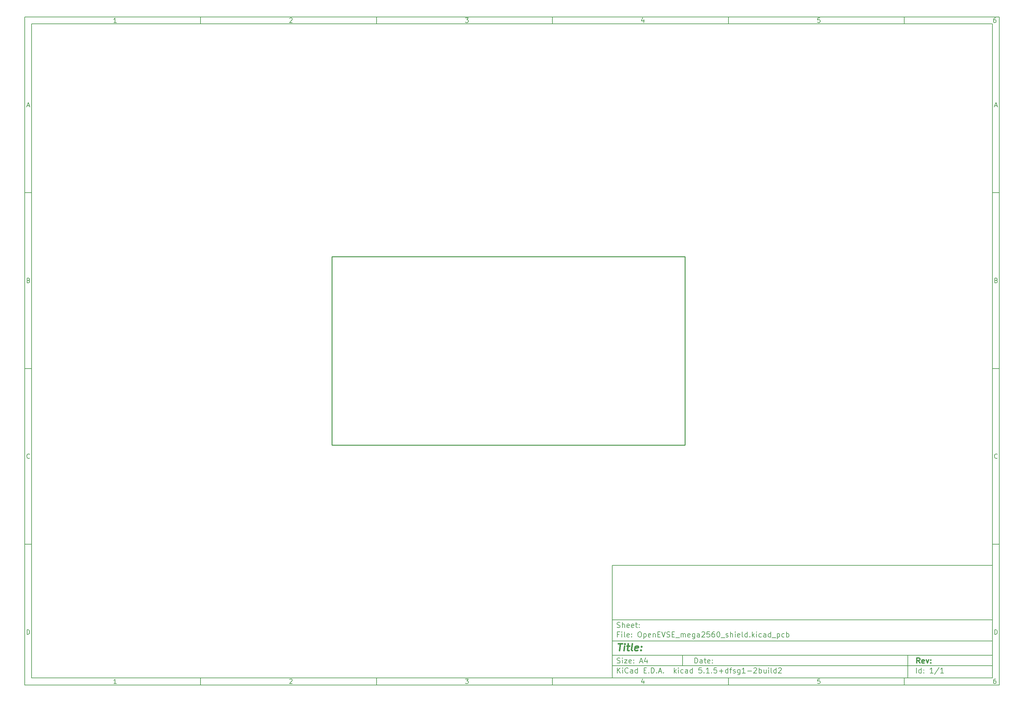
<source format=gm1>
G04 #@! TF.GenerationSoftware,KiCad,Pcbnew,5.1.5+dfsg1-2build2*
G04 #@! TF.CreationDate,2023-01-29T23:08:56+01:00*
G04 #@! TF.ProjectId,OpenEVSE_mega2560_shield,4f70656e-4556-4534-955f-6d6567613235,rev?*
G04 #@! TF.SameCoordinates,Original*
G04 #@! TF.FileFunction,Profile,NP*
%FSLAX46Y46*%
G04 Gerber Fmt 4.6, Leading zero omitted, Abs format (unit mm)*
G04 Created by KiCad (PCBNEW 5.1.5+dfsg1-2build2) date 2023-01-29 23:08:56*
%MOMM*%
%LPD*%
G04 APERTURE LIST*
%ADD10C,0.100000*%
%ADD11C,0.150000*%
%ADD12C,0.300000*%
%ADD13C,0.400000*%
%ADD14C,0.254000*%
G04 APERTURE END LIST*
D10*
D11*
X177002200Y-166007200D02*
X177002200Y-198007200D01*
X285002200Y-198007200D01*
X285002200Y-166007200D01*
X177002200Y-166007200D01*
D10*
D11*
X10000000Y-10000000D02*
X10000000Y-200007200D01*
X287002200Y-200007200D01*
X287002200Y-10000000D01*
X10000000Y-10000000D01*
D10*
D11*
X12000000Y-12000000D02*
X12000000Y-198007200D01*
X285002200Y-198007200D01*
X285002200Y-12000000D01*
X12000000Y-12000000D01*
D10*
D11*
X60000000Y-12000000D02*
X60000000Y-10000000D01*
D10*
D11*
X110000000Y-12000000D02*
X110000000Y-10000000D01*
D10*
D11*
X160000000Y-12000000D02*
X160000000Y-10000000D01*
D10*
D11*
X210000000Y-12000000D02*
X210000000Y-10000000D01*
D10*
D11*
X260000000Y-12000000D02*
X260000000Y-10000000D01*
D10*
D11*
X36065476Y-11588095D02*
X35322619Y-11588095D01*
X35694047Y-11588095D02*
X35694047Y-10288095D01*
X35570238Y-10473809D01*
X35446428Y-10597619D01*
X35322619Y-10659523D01*
D10*
D11*
X85322619Y-10411904D02*
X85384523Y-10350000D01*
X85508333Y-10288095D01*
X85817857Y-10288095D01*
X85941666Y-10350000D01*
X86003571Y-10411904D01*
X86065476Y-10535714D01*
X86065476Y-10659523D01*
X86003571Y-10845238D01*
X85260714Y-11588095D01*
X86065476Y-11588095D01*
D10*
D11*
X135260714Y-10288095D02*
X136065476Y-10288095D01*
X135632142Y-10783333D01*
X135817857Y-10783333D01*
X135941666Y-10845238D01*
X136003571Y-10907142D01*
X136065476Y-11030952D01*
X136065476Y-11340476D01*
X136003571Y-11464285D01*
X135941666Y-11526190D01*
X135817857Y-11588095D01*
X135446428Y-11588095D01*
X135322619Y-11526190D01*
X135260714Y-11464285D01*
D10*
D11*
X185941666Y-10721428D02*
X185941666Y-11588095D01*
X185632142Y-10226190D02*
X185322619Y-11154761D01*
X186127380Y-11154761D01*
D10*
D11*
X236003571Y-10288095D02*
X235384523Y-10288095D01*
X235322619Y-10907142D01*
X235384523Y-10845238D01*
X235508333Y-10783333D01*
X235817857Y-10783333D01*
X235941666Y-10845238D01*
X236003571Y-10907142D01*
X236065476Y-11030952D01*
X236065476Y-11340476D01*
X236003571Y-11464285D01*
X235941666Y-11526190D01*
X235817857Y-11588095D01*
X235508333Y-11588095D01*
X235384523Y-11526190D01*
X235322619Y-11464285D01*
D10*
D11*
X285941666Y-10288095D02*
X285694047Y-10288095D01*
X285570238Y-10350000D01*
X285508333Y-10411904D01*
X285384523Y-10597619D01*
X285322619Y-10845238D01*
X285322619Y-11340476D01*
X285384523Y-11464285D01*
X285446428Y-11526190D01*
X285570238Y-11588095D01*
X285817857Y-11588095D01*
X285941666Y-11526190D01*
X286003571Y-11464285D01*
X286065476Y-11340476D01*
X286065476Y-11030952D01*
X286003571Y-10907142D01*
X285941666Y-10845238D01*
X285817857Y-10783333D01*
X285570238Y-10783333D01*
X285446428Y-10845238D01*
X285384523Y-10907142D01*
X285322619Y-11030952D01*
D10*
D11*
X60000000Y-198007200D02*
X60000000Y-200007200D01*
D10*
D11*
X110000000Y-198007200D02*
X110000000Y-200007200D01*
D10*
D11*
X160000000Y-198007200D02*
X160000000Y-200007200D01*
D10*
D11*
X210000000Y-198007200D02*
X210000000Y-200007200D01*
D10*
D11*
X260000000Y-198007200D02*
X260000000Y-200007200D01*
D10*
D11*
X36065476Y-199595295D02*
X35322619Y-199595295D01*
X35694047Y-199595295D02*
X35694047Y-198295295D01*
X35570238Y-198481009D01*
X35446428Y-198604819D01*
X35322619Y-198666723D01*
D10*
D11*
X85322619Y-198419104D02*
X85384523Y-198357200D01*
X85508333Y-198295295D01*
X85817857Y-198295295D01*
X85941666Y-198357200D01*
X86003571Y-198419104D01*
X86065476Y-198542914D01*
X86065476Y-198666723D01*
X86003571Y-198852438D01*
X85260714Y-199595295D01*
X86065476Y-199595295D01*
D10*
D11*
X135260714Y-198295295D02*
X136065476Y-198295295D01*
X135632142Y-198790533D01*
X135817857Y-198790533D01*
X135941666Y-198852438D01*
X136003571Y-198914342D01*
X136065476Y-199038152D01*
X136065476Y-199347676D01*
X136003571Y-199471485D01*
X135941666Y-199533390D01*
X135817857Y-199595295D01*
X135446428Y-199595295D01*
X135322619Y-199533390D01*
X135260714Y-199471485D01*
D10*
D11*
X185941666Y-198728628D02*
X185941666Y-199595295D01*
X185632142Y-198233390D02*
X185322619Y-199161961D01*
X186127380Y-199161961D01*
D10*
D11*
X236003571Y-198295295D02*
X235384523Y-198295295D01*
X235322619Y-198914342D01*
X235384523Y-198852438D01*
X235508333Y-198790533D01*
X235817857Y-198790533D01*
X235941666Y-198852438D01*
X236003571Y-198914342D01*
X236065476Y-199038152D01*
X236065476Y-199347676D01*
X236003571Y-199471485D01*
X235941666Y-199533390D01*
X235817857Y-199595295D01*
X235508333Y-199595295D01*
X235384523Y-199533390D01*
X235322619Y-199471485D01*
D10*
D11*
X285941666Y-198295295D02*
X285694047Y-198295295D01*
X285570238Y-198357200D01*
X285508333Y-198419104D01*
X285384523Y-198604819D01*
X285322619Y-198852438D01*
X285322619Y-199347676D01*
X285384523Y-199471485D01*
X285446428Y-199533390D01*
X285570238Y-199595295D01*
X285817857Y-199595295D01*
X285941666Y-199533390D01*
X286003571Y-199471485D01*
X286065476Y-199347676D01*
X286065476Y-199038152D01*
X286003571Y-198914342D01*
X285941666Y-198852438D01*
X285817857Y-198790533D01*
X285570238Y-198790533D01*
X285446428Y-198852438D01*
X285384523Y-198914342D01*
X285322619Y-199038152D01*
D10*
D11*
X10000000Y-60000000D02*
X12000000Y-60000000D01*
D10*
D11*
X10000000Y-110000000D02*
X12000000Y-110000000D01*
D10*
D11*
X10000000Y-160000000D02*
X12000000Y-160000000D01*
D10*
D11*
X10690476Y-35216666D02*
X11309523Y-35216666D01*
X10566666Y-35588095D02*
X11000000Y-34288095D01*
X11433333Y-35588095D01*
D10*
D11*
X11092857Y-84907142D02*
X11278571Y-84969047D01*
X11340476Y-85030952D01*
X11402380Y-85154761D01*
X11402380Y-85340476D01*
X11340476Y-85464285D01*
X11278571Y-85526190D01*
X11154761Y-85588095D01*
X10659523Y-85588095D01*
X10659523Y-84288095D01*
X11092857Y-84288095D01*
X11216666Y-84350000D01*
X11278571Y-84411904D01*
X11340476Y-84535714D01*
X11340476Y-84659523D01*
X11278571Y-84783333D01*
X11216666Y-84845238D01*
X11092857Y-84907142D01*
X10659523Y-84907142D01*
D10*
D11*
X11402380Y-135464285D02*
X11340476Y-135526190D01*
X11154761Y-135588095D01*
X11030952Y-135588095D01*
X10845238Y-135526190D01*
X10721428Y-135402380D01*
X10659523Y-135278571D01*
X10597619Y-135030952D01*
X10597619Y-134845238D01*
X10659523Y-134597619D01*
X10721428Y-134473809D01*
X10845238Y-134350000D01*
X11030952Y-134288095D01*
X11154761Y-134288095D01*
X11340476Y-134350000D01*
X11402380Y-134411904D01*
D10*
D11*
X10659523Y-185588095D02*
X10659523Y-184288095D01*
X10969047Y-184288095D01*
X11154761Y-184350000D01*
X11278571Y-184473809D01*
X11340476Y-184597619D01*
X11402380Y-184845238D01*
X11402380Y-185030952D01*
X11340476Y-185278571D01*
X11278571Y-185402380D01*
X11154761Y-185526190D01*
X10969047Y-185588095D01*
X10659523Y-185588095D01*
D10*
D11*
X287002200Y-60000000D02*
X285002200Y-60000000D01*
D10*
D11*
X287002200Y-110000000D02*
X285002200Y-110000000D01*
D10*
D11*
X287002200Y-160000000D02*
X285002200Y-160000000D01*
D10*
D11*
X285692676Y-35216666D02*
X286311723Y-35216666D01*
X285568866Y-35588095D02*
X286002200Y-34288095D01*
X286435533Y-35588095D01*
D10*
D11*
X286095057Y-84907142D02*
X286280771Y-84969047D01*
X286342676Y-85030952D01*
X286404580Y-85154761D01*
X286404580Y-85340476D01*
X286342676Y-85464285D01*
X286280771Y-85526190D01*
X286156961Y-85588095D01*
X285661723Y-85588095D01*
X285661723Y-84288095D01*
X286095057Y-84288095D01*
X286218866Y-84350000D01*
X286280771Y-84411904D01*
X286342676Y-84535714D01*
X286342676Y-84659523D01*
X286280771Y-84783333D01*
X286218866Y-84845238D01*
X286095057Y-84907142D01*
X285661723Y-84907142D01*
D10*
D11*
X286404580Y-135464285D02*
X286342676Y-135526190D01*
X286156961Y-135588095D01*
X286033152Y-135588095D01*
X285847438Y-135526190D01*
X285723628Y-135402380D01*
X285661723Y-135278571D01*
X285599819Y-135030952D01*
X285599819Y-134845238D01*
X285661723Y-134597619D01*
X285723628Y-134473809D01*
X285847438Y-134350000D01*
X286033152Y-134288095D01*
X286156961Y-134288095D01*
X286342676Y-134350000D01*
X286404580Y-134411904D01*
D10*
D11*
X285661723Y-185588095D02*
X285661723Y-184288095D01*
X285971247Y-184288095D01*
X286156961Y-184350000D01*
X286280771Y-184473809D01*
X286342676Y-184597619D01*
X286404580Y-184845238D01*
X286404580Y-185030952D01*
X286342676Y-185278571D01*
X286280771Y-185402380D01*
X286156961Y-185526190D01*
X285971247Y-185588095D01*
X285661723Y-185588095D01*
D10*
D11*
X200434342Y-193785771D02*
X200434342Y-192285771D01*
X200791485Y-192285771D01*
X201005771Y-192357200D01*
X201148628Y-192500057D01*
X201220057Y-192642914D01*
X201291485Y-192928628D01*
X201291485Y-193142914D01*
X201220057Y-193428628D01*
X201148628Y-193571485D01*
X201005771Y-193714342D01*
X200791485Y-193785771D01*
X200434342Y-193785771D01*
X202577200Y-193785771D02*
X202577200Y-193000057D01*
X202505771Y-192857200D01*
X202362914Y-192785771D01*
X202077200Y-192785771D01*
X201934342Y-192857200D01*
X202577200Y-193714342D02*
X202434342Y-193785771D01*
X202077200Y-193785771D01*
X201934342Y-193714342D01*
X201862914Y-193571485D01*
X201862914Y-193428628D01*
X201934342Y-193285771D01*
X202077200Y-193214342D01*
X202434342Y-193214342D01*
X202577200Y-193142914D01*
X203077200Y-192785771D02*
X203648628Y-192785771D01*
X203291485Y-192285771D02*
X203291485Y-193571485D01*
X203362914Y-193714342D01*
X203505771Y-193785771D01*
X203648628Y-193785771D01*
X204720057Y-193714342D02*
X204577200Y-193785771D01*
X204291485Y-193785771D01*
X204148628Y-193714342D01*
X204077200Y-193571485D01*
X204077200Y-193000057D01*
X204148628Y-192857200D01*
X204291485Y-192785771D01*
X204577200Y-192785771D01*
X204720057Y-192857200D01*
X204791485Y-193000057D01*
X204791485Y-193142914D01*
X204077200Y-193285771D01*
X205434342Y-193642914D02*
X205505771Y-193714342D01*
X205434342Y-193785771D01*
X205362914Y-193714342D01*
X205434342Y-193642914D01*
X205434342Y-193785771D01*
X205434342Y-192857200D02*
X205505771Y-192928628D01*
X205434342Y-193000057D01*
X205362914Y-192928628D01*
X205434342Y-192857200D01*
X205434342Y-193000057D01*
D10*
D11*
X177002200Y-194507200D02*
X285002200Y-194507200D01*
D10*
D11*
X178434342Y-196585771D02*
X178434342Y-195085771D01*
X179291485Y-196585771D02*
X178648628Y-195728628D01*
X179291485Y-195085771D02*
X178434342Y-195942914D01*
X179934342Y-196585771D02*
X179934342Y-195585771D01*
X179934342Y-195085771D02*
X179862914Y-195157200D01*
X179934342Y-195228628D01*
X180005771Y-195157200D01*
X179934342Y-195085771D01*
X179934342Y-195228628D01*
X181505771Y-196442914D02*
X181434342Y-196514342D01*
X181220057Y-196585771D01*
X181077200Y-196585771D01*
X180862914Y-196514342D01*
X180720057Y-196371485D01*
X180648628Y-196228628D01*
X180577200Y-195942914D01*
X180577200Y-195728628D01*
X180648628Y-195442914D01*
X180720057Y-195300057D01*
X180862914Y-195157200D01*
X181077200Y-195085771D01*
X181220057Y-195085771D01*
X181434342Y-195157200D01*
X181505771Y-195228628D01*
X182791485Y-196585771D02*
X182791485Y-195800057D01*
X182720057Y-195657200D01*
X182577200Y-195585771D01*
X182291485Y-195585771D01*
X182148628Y-195657200D01*
X182791485Y-196514342D02*
X182648628Y-196585771D01*
X182291485Y-196585771D01*
X182148628Y-196514342D01*
X182077200Y-196371485D01*
X182077200Y-196228628D01*
X182148628Y-196085771D01*
X182291485Y-196014342D01*
X182648628Y-196014342D01*
X182791485Y-195942914D01*
X184148628Y-196585771D02*
X184148628Y-195085771D01*
X184148628Y-196514342D02*
X184005771Y-196585771D01*
X183720057Y-196585771D01*
X183577200Y-196514342D01*
X183505771Y-196442914D01*
X183434342Y-196300057D01*
X183434342Y-195871485D01*
X183505771Y-195728628D01*
X183577200Y-195657200D01*
X183720057Y-195585771D01*
X184005771Y-195585771D01*
X184148628Y-195657200D01*
X186005771Y-195800057D02*
X186505771Y-195800057D01*
X186720057Y-196585771D02*
X186005771Y-196585771D01*
X186005771Y-195085771D01*
X186720057Y-195085771D01*
X187362914Y-196442914D02*
X187434342Y-196514342D01*
X187362914Y-196585771D01*
X187291485Y-196514342D01*
X187362914Y-196442914D01*
X187362914Y-196585771D01*
X188077200Y-196585771D02*
X188077200Y-195085771D01*
X188434342Y-195085771D01*
X188648628Y-195157200D01*
X188791485Y-195300057D01*
X188862914Y-195442914D01*
X188934342Y-195728628D01*
X188934342Y-195942914D01*
X188862914Y-196228628D01*
X188791485Y-196371485D01*
X188648628Y-196514342D01*
X188434342Y-196585771D01*
X188077200Y-196585771D01*
X189577200Y-196442914D02*
X189648628Y-196514342D01*
X189577200Y-196585771D01*
X189505771Y-196514342D01*
X189577200Y-196442914D01*
X189577200Y-196585771D01*
X190220057Y-196157200D02*
X190934342Y-196157200D01*
X190077200Y-196585771D02*
X190577200Y-195085771D01*
X191077200Y-196585771D01*
X191577200Y-196442914D02*
X191648628Y-196514342D01*
X191577200Y-196585771D01*
X191505771Y-196514342D01*
X191577200Y-196442914D01*
X191577200Y-196585771D01*
X194577200Y-196585771D02*
X194577200Y-195085771D01*
X194720057Y-196014342D02*
X195148628Y-196585771D01*
X195148628Y-195585771D02*
X194577200Y-196157200D01*
X195791485Y-196585771D02*
X195791485Y-195585771D01*
X195791485Y-195085771D02*
X195720057Y-195157200D01*
X195791485Y-195228628D01*
X195862914Y-195157200D01*
X195791485Y-195085771D01*
X195791485Y-195228628D01*
X197148628Y-196514342D02*
X197005771Y-196585771D01*
X196720057Y-196585771D01*
X196577200Y-196514342D01*
X196505771Y-196442914D01*
X196434342Y-196300057D01*
X196434342Y-195871485D01*
X196505771Y-195728628D01*
X196577200Y-195657200D01*
X196720057Y-195585771D01*
X197005771Y-195585771D01*
X197148628Y-195657200D01*
X198434342Y-196585771D02*
X198434342Y-195800057D01*
X198362914Y-195657200D01*
X198220057Y-195585771D01*
X197934342Y-195585771D01*
X197791485Y-195657200D01*
X198434342Y-196514342D02*
X198291485Y-196585771D01*
X197934342Y-196585771D01*
X197791485Y-196514342D01*
X197720057Y-196371485D01*
X197720057Y-196228628D01*
X197791485Y-196085771D01*
X197934342Y-196014342D01*
X198291485Y-196014342D01*
X198434342Y-195942914D01*
X199791485Y-196585771D02*
X199791485Y-195085771D01*
X199791485Y-196514342D02*
X199648628Y-196585771D01*
X199362914Y-196585771D01*
X199220057Y-196514342D01*
X199148628Y-196442914D01*
X199077200Y-196300057D01*
X199077200Y-195871485D01*
X199148628Y-195728628D01*
X199220057Y-195657200D01*
X199362914Y-195585771D01*
X199648628Y-195585771D01*
X199791485Y-195657200D01*
X202362914Y-195085771D02*
X201648628Y-195085771D01*
X201577200Y-195800057D01*
X201648628Y-195728628D01*
X201791485Y-195657200D01*
X202148628Y-195657200D01*
X202291485Y-195728628D01*
X202362914Y-195800057D01*
X202434342Y-195942914D01*
X202434342Y-196300057D01*
X202362914Y-196442914D01*
X202291485Y-196514342D01*
X202148628Y-196585771D01*
X201791485Y-196585771D01*
X201648628Y-196514342D01*
X201577200Y-196442914D01*
X203077200Y-196442914D02*
X203148628Y-196514342D01*
X203077200Y-196585771D01*
X203005771Y-196514342D01*
X203077200Y-196442914D01*
X203077200Y-196585771D01*
X204577200Y-196585771D02*
X203720057Y-196585771D01*
X204148628Y-196585771D02*
X204148628Y-195085771D01*
X204005771Y-195300057D01*
X203862914Y-195442914D01*
X203720057Y-195514342D01*
X205220057Y-196442914D02*
X205291485Y-196514342D01*
X205220057Y-196585771D01*
X205148628Y-196514342D01*
X205220057Y-196442914D01*
X205220057Y-196585771D01*
X206648628Y-195085771D02*
X205934342Y-195085771D01*
X205862914Y-195800057D01*
X205934342Y-195728628D01*
X206077200Y-195657200D01*
X206434342Y-195657200D01*
X206577200Y-195728628D01*
X206648628Y-195800057D01*
X206720057Y-195942914D01*
X206720057Y-196300057D01*
X206648628Y-196442914D01*
X206577200Y-196514342D01*
X206434342Y-196585771D01*
X206077200Y-196585771D01*
X205934342Y-196514342D01*
X205862914Y-196442914D01*
X207362914Y-196014342D02*
X208505771Y-196014342D01*
X207934342Y-196585771D02*
X207934342Y-195442914D01*
X209862914Y-196585771D02*
X209862914Y-195085771D01*
X209862914Y-196514342D02*
X209720057Y-196585771D01*
X209434342Y-196585771D01*
X209291485Y-196514342D01*
X209220057Y-196442914D01*
X209148628Y-196300057D01*
X209148628Y-195871485D01*
X209220057Y-195728628D01*
X209291485Y-195657200D01*
X209434342Y-195585771D01*
X209720057Y-195585771D01*
X209862914Y-195657200D01*
X210362914Y-195585771D02*
X210934342Y-195585771D01*
X210577200Y-196585771D02*
X210577200Y-195300057D01*
X210648628Y-195157200D01*
X210791485Y-195085771D01*
X210934342Y-195085771D01*
X211362914Y-196514342D02*
X211505771Y-196585771D01*
X211791485Y-196585771D01*
X211934342Y-196514342D01*
X212005771Y-196371485D01*
X212005771Y-196300057D01*
X211934342Y-196157200D01*
X211791485Y-196085771D01*
X211577200Y-196085771D01*
X211434342Y-196014342D01*
X211362914Y-195871485D01*
X211362914Y-195800057D01*
X211434342Y-195657200D01*
X211577200Y-195585771D01*
X211791485Y-195585771D01*
X211934342Y-195657200D01*
X213291485Y-195585771D02*
X213291485Y-196800057D01*
X213220057Y-196942914D01*
X213148628Y-197014342D01*
X213005771Y-197085771D01*
X212791485Y-197085771D01*
X212648628Y-197014342D01*
X213291485Y-196514342D02*
X213148628Y-196585771D01*
X212862914Y-196585771D01*
X212720057Y-196514342D01*
X212648628Y-196442914D01*
X212577200Y-196300057D01*
X212577200Y-195871485D01*
X212648628Y-195728628D01*
X212720057Y-195657200D01*
X212862914Y-195585771D01*
X213148628Y-195585771D01*
X213291485Y-195657200D01*
X214791485Y-196585771D02*
X213934342Y-196585771D01*
X214362914Y-196585771D02*
X214362914Y-195085771D01*
X214220057Y-195300057D01*
X214077200Y-195442914D01*
X213934342Y-195514342D01*
X215434342Y-196014342D02*
X216577200Y-196014342D01*
X217220057Y-195228628D02*
X217291485Y-195157200D01*
X217434342Y-195085771D01*
X217791485Y-195085771D01*
X217934342Y-195157200D01*
X218005771Y-195228628D01*
X218077200Y-195371485D01*
X218077200Y-195514342D01*
X218005771Y-195728628D01*
X217148628Y-196585771D01*
X218077200Y-196585771D01*
X218720057Y-196585771D02*
X218720057Y-195085771D01*
X218720057Y-195657200D02*
X218862914Y-195585771D01*
X219148628Y-195585771D01*
X219291485Y-195657200D01*
X219362914Y-195728628D01*
X219434342Y-195871485D01*
X219434342Y-196300057D01*
X219362914Y-196442914D01*
X219291485Y-196514342D01*
X219148628Y-196585771D01*
X218862914Y-196585771D01*
X218720057Y-196514342D01*
X220720057Y-195585771D02*
X220720057Y-196585771D01*
X220077200Y-195585771D02*
X220077200Y-196371485D01*
X220148628Y-196514342D01*
X220291485Y-196585771D01*
X220505771Y-196585771D01*
X220648628Y-196514342D01*
X220720057Y-196442914D01*
X221434342Y-196585771D02*
X221434342Y-195585771D01*
X221434342Y-195085771D02*
X221362914Y-195157200D01*
X221434342Y-195228628D01*
X221505771Y-195157200D01*
X221434342Y-195085771D01*
X221434342Y-195228628D01*
X222362914Y-196585771D02*
X222220057Y-196514342D01*
X222148628Y-196371485D01*
X222148628Y-195085771D01*
X223577200Y-196585771D02*
X223577200Y-195085771D01*
X223577200Y-196514342D02*
X223434342Y-196585771D01*
X223148628Y-196585771D01*
X223005771Y-196514342D01*
X222934342Y-196442914D01*
X222862914Y-196300057D01*
X222862914Y-195871485D01*
X222934342Y-195728628D01*
X223005771Y-195657200D01*
X223148628Y-195585771D01*
X223434342Y-195585771D01*
X223577200Y-195657200D01*
X224220057Y-195228628D02*
X224291485Y-195157200D01*
X224434342Y-195085771D01*
X224791485Y-195085771D01*
X224934342Y-195157200D01*
X225005771Y-195228628D01*
X225077200Y-195371485D01*
X225077200Y-195514342D01*
X225005771Y-195728628D01*
X224148628Y-196585771D01*
X225077200Y-196585771D01*
D10*
D11*
X177002200Y-191507200D02*
X285002200Y-191507200D01*
D10*
D12*
X264411485Y-193785771D02*
X263911485Y-193071485D01*
X263554342Y-193785771D02*
X263554342Y-192285771D01*
X264125771Y-192285771D01*
X264268628Y-192357200D01*
X264340057Y-192428628D01*
X264411485Y-192571485D01*
X264411485Y-192785771D01*
X264340057Y-192928628D01*
X264268628Y-193000057D01*
X264125771Y-193071485D01*
X263554342Y-193071485D01*
X265625771Y-193714342D02*
X265482914Y-193785771D01*
X265197200Y-193785771D01*
X265054342Y-193714342D01*
X264982914Y-193571485D01*
X264982914Y-193000057D01*
X265054342Y-192857200D01*
X265197200Y-192785771D01*
X265482914Y-192785771D01*
X265625771Y-192857200D01*
X265697200Y-193000057D01*
X265697200Y-193142914D01*
X264982914Y-193285771D01*
X266197200Y-192785771D02*
X266554342Y-193785771D01*
X266911485Y-192785771D01*
X267482914Y-193642914D02*
X267554342Y-193714342D01*
X267482914Y-193785771D01*
X267411485Y-193714342D01*
X267482914Y-193642914D01*
X267482914Y-193785771D01*
X267482914Y-192857200D02*
X267554342Y-192928628D01*
X267482914Y-193000057D01*
X267411485Y-192928628D01*
X267482914Y-192857200D01*
X267482914Y-193000057D01*
D10*
D11*
X178362914Y-193714342D02*
X178577200Y-193785771D01*
X178934342Y-193785771D01*
X179077200Y-193714342D01*
X179148628Y-193642914D01*
X179220057Y-193500057D01*
X179220057Y-193357200D01*
X179148628Y-193214342D01*
X179077200Y-193142914D01*
X178934342Y-193071485D01*
X178648628Y-193000057D01*
X178505771Y-192928628D01*
X178434342Y-192857200D01*
X178362914Y-192714342D01*
X178362914Y-192571485D01*
X178434342Y-192428628D01*
X178505771Y-192357200D01*
X178648628Y-192285771D01*
X179005771Y-192285771D01*
X179220057Y-192357200D01*
X179862914Y-193785771D02*
X179862914Y-192785771D01*
X179862914Y-192285771D02*
X179791485Y-192357200D01*
X179862914Y-192428628D01*
X179934342Y-192357200D01*
X179862914Y-192285771D01*
X179862914Y-192428628D01*
X180434342Y-192785771D02*
X181220057Y-192785771D01*
X180434342Y-193785771D01*
X181220057Y-193785771D01*
X182362914Y-193714342D02*
X182220057Y-193785771D01*
X181934342Y-193785771D01*
X181791485Y-193714342D01*
X181720057Y-193571485D01*
X181720057Y-193000057D01*
X181791485Y-192857200D01*
X181934342Y-192785771D01*
X182220057Y-192785771D01*
X182362914Y-192857200D01*
X182434342Y-193000057D01*
X182434342Y-193142914D01*
X181720057Y-193285771D01*
X183077200Y-193642914D02*
X183148628Y-193714342D01*
X183077200Y-193785771D01*
X183005771Y-193714342D01*
X183077200Y-193642914D01*
X183077200Y-193785771D01*
X183077200Y-192857200D02*
X183148628Y-192928628D01*
X183077200Y-193000057D01*
X183005771Y-192928628D01*
X183077200Y-192857200D01*
X183077200Y-193000057D01*
X184862914Y-193357200D02*
X185577200Y-193357200D01*
X184720057Y-193785771D02*
X185220057Y-192285771D01*
X185720057Y-193785771D01*
X186862914Y-192785771D02*
X186862914Y-193785771D01*
X186505771Y-192214342D02*
X186148628Y-193285771D01*
X187077200Y-193285771D01*
D10*
D11*
X263434342Y-196585771D02*
X263434342Y-195085771D01*
X264791485Y-196585771D02*
X264791485Y-195085771D01*
X264791485Y-196514342D02*
X264648628Y-196585771D01*
X264362914Y-196585771D01*
X264220057Y-196514342D01*
X264148628Y-196442914D01*
X264077200Y-196300057D01*
X264077200Y-195871485D01*
X264148628Y-195728628D01*
X264220057Y-195657200D01*
X264362914Y-195585771D01*
X264648628Y-195585771D01*
X264791485Y-195657200D01*
X265505771Y-196442914D02*
X265577200Y-196514342D01*
X265505771Y-196585771D01*
X265434342Y-196514342D01*
X265505771Y-196442914D01*
X265505771Y-196585771D01*
X265505771Y-195657200D02*
X265577200Y-195728628D01*
X265505771Y-195800057D01*
X265434342Y-195728628D01*
X265505771Y-195657200D01*
X265505771Y-195800057D01*
X268148628Y-196585771D02*
X267291485Y-196585771D01*
X267720057Y-196585771D02*
X267720057Y-195085771D01*
X267577200Y-195300057D01*
X267434342Y-195442914D01*
X267291485Y-195514342D01*
X269862914Y-195014342D02*
X268577200Y-196942914D01*
X271148628Y-196585771D02*
X270291485Y-196585771D01*
X270720057Y-196585771D02*
X270720057Y-195085771D01*
X270577200Y-195300057D01*
X270434342Y-195442914D01*
X270291485Y-195514342D01*
D10*
D11*
X177002200Y-187507200D02*
X285002200Y-187507200D01*
D10*
D13*
X178714580Y-188211961D02*
X179857438Y-188211961D01*
X179036009Y-190211961D02*
X179286009Y-188211961D01*
X180274104Y-190211961D02*
X180440771Y-188878628D01*
X180524104Y-188211961D02*
X180416961Y-188307200D01*
X180500295Y-188402438D01*
X180607438Y-188307200D01*
X180524104Y-188211961D01*
X180500295Y-188402438D01*
X181107438Y-188878628D02*
X181869342Y-188878628D01*
X181476485Y-188211961D02*
X181262200Y-189926247D01*
X181333628Y-190116723D01*
X181512200Y-190211961D01*
X181702676Y-190211961D01*
X182655057Y-190211961D02*
X182476485Y-190116723D01*
X182405057Y-189926247D01*
X182619342Y-188211961D01*
X184190771Y-190116723D02*
X183988390Y-190211961D01*
X183607438Y-190211961D01*
X183428866Y-190116723D01*
X183357438Y-189926247D01*
X183452676Y-189164342D01*
X183571723Y-188973866D01*
X183774104Y-188878628D01*
X184155057Y-188878628D01*
X184333628Y-188973866D01*
X184405057Y-189164342D01*
X184381247Y-189354819D01*
X183405057Y-189545295D01*
X185155057Y-190021485D02*
X185238390Y-190116723D01*
X185131247Y-190211961D01*
X185047914Y-190116723D01*
X185155057Y-190021485D01*
X185131247Y-190211961D01*
X185286009Y-188973866D02*
X185369342Y-189069104D01*
X185262200Y-189164342D01*
X185178866Y-189069104D01*
X185286009Y-188973866D01*
X185262200Y-189164342D01*
D10*
D11*
X178934342Y-185600057D02*
X178434342Y-185600057D01*
X178434342Y-186385771D02*
X178434342Y-184885771D01*
X179148628Y-184885771D01*
X179720057Y-186385771D02*
X179720057Y-185385771D01*
X179720057Y-184885771D02*
X179648628Y-184957200D01*
X179720057Y-185028628D01*
X179791485Y-184957200D01*
X179720057Y-184885771D01*
X179720057Y-185028628D01*
X180648628Y-186385771D02*
X180505771Y-186314342D01*
X180434342Y-186171485D01*
X180434342Y-184885771D01*
X181791485Y-186314342D02*
X181648628Y-186385771D01*
X181362914Y-186385771D01*
X181220057Y-186314342D01*
X181148628Y-186171485D01*
X181148628Y-185600057D01*
X181220057Y-185457200D01*
X181362914Y-185385771D01*
X181648628Y-185385771D01*
X181791485Y-185457200D01*
X181862914Y-185600057D01*
X181862914Y-185742914D01*
X181148628Y-185885771D01*
X182505771Y-186242914D02*
X182577200Y-186314342D01*
X182505771Y-186385771D01*
X182434342Y-186314342D01*
X182505771Y-186242914D01*
X182505771Y-186385771D01*
X182505771Y-185457200D02*
X182577200Y-185528628D01*
X182505771Y-185600057D01*
X182434342Y-185528628D01*
X182505771Y-185457200D01*
X182505771Y-185600057D01*
X184648628Y-184885771D02*
X184934342Y-184885771D01*
X185077200Y-184957200D01*
X185220057Y-185100057D01*
X185291485Y-185385771D01*
X185291485Y-185885771D01*
X185220057Y-186171485D01*
X185077200Y-186314342D01*
X184934342Y-186385771D01*
X184648628Y-186385771D01*
X184505771Y-186314342D01*
X184362914Y-186171485D01*
X184291485Y-185885771D01*
X184291485Y-185385771D01*
X184362914Y-185100057D01*
X184505771Y-184957200D01*
X184648628Y-184885771D01*
X185934342Y-185385771D02*
X185934342Y-186885771D01*
X185934342Y-185457200D02*
X186077200Y-185385771D01*
X186362914Y-185385771D01*
X186505771Y-185457200D01*
X186577200Y-185528628D01*
X186648628Y-185671485D01*
X186648628Y-186100057D01*
X186577200Y-186242914D01*
X186505771Y-186314342D01*
X186362914Y-186385771D01*
X186077200Y-186385771D01*
X185934342Y-186314342D01*
X187862914Y-186314342D02*
X187720057Y-186385771D01*
X187434342Y-186385771D01*
X187291485Y-186314342D01*
X187220057Y-186171485D01*
X187220057Y-185600057D01*
X187291485Y-185457200D01*
X187434342Y-185385771D01*
X187720057Y-185385771D01*
X187862914Y-185457200D01*
X187934342Y-185600057D01*
X187934342Y-185742914D01*
X187220057Y-185885771D01*
X188577200Y-185385771D02*
X188577200Y-186385771D01*
X188577200Y-185528628D02*
X188648628Y-185457200D01*
X188791485Y-185385771D01*
X189005771Y-185385771D01*
X189148628Y-185457200D01*
X189220057Y-185600057D01*
X189220057Y-186385771D01*
X189934342Y-185600057D02*
X190434342Y-185600057D01*
X190648628Y-186385771D02*
X189934342Y-186385771D01*
X189934342Y-184885771D01*
X190648628Y-184885771D01*
X191077200Y-184885771D02*
X191577200Y-186385771D01*
X192077200Y-184885771D01*
X192505771Y-186314342D02*
X192720057Y-186385771D01*
X193077200Y-186385771D01*
X193220057Y-186314342D01*
X193291485Y-186242914D01*
X193362914Y-186100057D01*
X193362914Y-185957200D01*
X193291485Y-185814342D01*
X193220057Y-185742914D01*
X193077200Y-185671485D01*
X192791485Y-185600057D01*
X192648628Y-185528628D01*
X192577200Y-185457200D01*
X192505771Y-185314342D01*
X192505771Y-185171485D01*
X192577200Y-185028628D01*
X192648628Y-184957200D01*
X192791485Y-184885771D01*
X193148628Y-184885771D01*
X193362914Y-184957200D01*
X194005771Y-185600057D02*
X194505771Y-185600057D01*
X194720057Y-186385771D02*
X194005771Y-186385771D01*
X194005771Y-184885771D01*
X194720057Y-184885771D01*
X195005771Y-186528628D02*
X196148628Y-186528628D01*
X196505771Y-186385771D02*
X196505771Y-185385771D01*
X196505771Y-185528628D02*
X196577200Y-185457200D01*
X196720057Y-185385771D01*
X196934342Y-185385771D01*
X197077200Y-185457200D01*
X197148628Y-185600057D01*
X197148628Y-186385771D01*
X197148628Y-185600057D02*
X197220057Y-185457200D01*
X197362914Y-185385771D01*
X197577200Y-185385771D01*
X197720057Y-185457200D01*
X197791485Y-185600057D01*
X197791485Y-186385771D01*
X199077200Y-186314342D02*
X198934342Y-186385771D01*
X198648628Y-186385771D01*
X198505771Y-186314342D01*
X198434342Y-186171485D01*
X198434342Y-185600057D01*
X198505771Y-185457200D01*
X198648628Y-185385771D01*
X198934342Y-185385771D01*
X199077200Y-185457200D01*
X199148628Y-185600057D01*
X199148628Y-185742914D01*
X198434342Y-185885771D01*
X200434342Y-185385771D02*
X200434342Y-186600057D01*
X200362914Y-186742914D01*
X200291485Y-186814342D01*
X200148628Y-186885771D01*
X199934342Y-186885771D01*
X199791485Y-186814342D01*
X200434342Y-186314342D02*
X200291485Y-186385771D01*
X200005771Y-186385771D01*
X199862914Y-186314342D01*
X199791485Y-186242914D01*
X199720057Y-186100057D01*
X199720057Y-185671485D01*
X199791485Y-185528628D01*
X199862914Y-185457200D01*
X200005771Y-185385771D01*
X200291485Y-185385771D01*
X200434342Y-185457200D01*
X201791485Y-186385771D02*
X201791485Y-185600057D01*
X201720057Y-185457200D01*
X201577200Y-185385771D01*
X201291485Y-185385771D01*
X201148628Y-185457200D01*
X201791485Y-186314342D02*
X201648628Y-186385771D01*
X201291485Y-186385771D01*
X201148628Y-186314342D01*
X201077200Y-186171485D01*
X201077200Y-186028628D01*
X201148628Y-185885771D01*
X201291485Y-185814342D01*
X201648628Y-185814342D01*
X201791485Y-185742914D01*
X202434342Y-185028628D02*
X202505771Y-184957200D01*
X202648628Y-184885771D01*
X203005771Y-184885771D01*
X203148628Y-184957200D01*
X203220057Y-185028628D01*
X203291485Y-185171485D01*
X203291485Y-185314342D01*
X203220057Y-185528628D01*
X202362914Y-186385771D01*
X203291485Y-186385771D01*
X204648628Y-184885771D02*
X203934342Y-184885771D01*
X203862914Y-185600057D01*
X203934342Y-185528628D01*
X204077200Y-185457200D01*
X204434342Y-185457200D01*
X204577200Y-185528628D01*
X204648628Y-185600057D01*
X204720057Y-185742914D01*
X204720057Y-186100057D01*
X204648628Y-186242914D01*
X204577200Y-186314342D01*
X204434342Y-186385771D01*
X204077200Y-186385771D01*
X203934342Y-186314342D01*
X203862914Y-186242914D01*
X206005771Y-184885771D02*
X205720057Y-184885771D01*
X205577200Y-184957200D01*
X205505771Y-185028628D01*
X205362914Y-185242914D01*
X205291485Y-185528628D01*
X205291485Y-186100057D01*
X205362914Y-186242914D01*
X205434342Y-186314342D01*
X205577200Y-186385771D01*
X205862914Y-186385771D01*
X206005771Y-186314342D01*
X206077200Y-186242914D01*
X206148628Y-186100057D01*
X206148628Y-185742914D01*
X206077200Y-185600057D01*
X206005771Y-185528628D01*
X205862914Y-185457200D01*
X205577200Y-185457200D01*
X205434342Y-185528628D01*
X205362914Y-185600057D01*
X205291485Y-185742914D01*
X207077200Y-184885771D02*
X207220057Y-184885771D01*
X207362914Y-184957200D01*
X207434342Y-185028628D01*
X207505771Y-185171485D01*
X207577200Y-185457200D01*
X207577200Y-185814342D01*
X207505771Y-186100057D01*
X207434342Y-186242914D01*
X207362914Y-186314342D01*
X207220057Y-186385771D01*
X207077200Y-186385771D01*
X206934342Y-186314342D01*
X206862914Y-186242914D01*
X206791485Y-186100057D01*
X206720057Y-185814342D01*
X206720057Y-185457200D01*
X206791485Y-185171485D01*
X206862914Y-185028628D01*
X206934342Y-184957200D01*
X207077200Y-184885771D01*
X207862914Y-186528628D02*
X209005771Y-186528628D01*
X209291485Y-186314342D02*
X209434342Y-186385771D01*
X209720057Y-186385771D01*
X209862914Y-186314342D01*
X209934342Y-186171485D01*
X209934342Y-186100057D01*
X209862914Y-185957200D01*
X209720057Y-185885771D01*
X209505771Y-185885771D01*
X209362914Y-185814342D01*
X209291485Y-185671485D01*
X209291485Y-185600057D01*
X209362914Y-185457200D01*
X209505771Y-185385771D01*
X209720057Y-185385771D01*
X209862914Y-185457200D01*
X210577200Y-186385771D02*
X210577200Y-184885771D01*
X211220057Y-186385771D02*
X211220057Y-185600057D01*
X211148628Y-185457200D01*
X211005771Y-185385771D01*
X210791485Y-185385771D01*
X210648628Y-185457200D01*
X210577200Y-185528628D01*
X211934342Y-186385771D02*
X211934342Y-185385771D01*
X211934342Y-184885771D02*
X211862914Y-184957200D01*
X211934342Y-185028628D01*
X212005771Y-184957200D01*
X211934342Y-184885771D01*
X211934342Y-185028628D01*
X213220057Y-186314342D02*
X213077200Y-186385771D01*
X212791485Y-186385771D01*
X212648628Y-186314342D01*
X212577200Y-186171485D01*
X212577200Y-185600057D01*
X212648628Y-185457200D01*
X212791485Y-185385771D01*
X213077200Y-185385771D01*
X213220057Y-185457200D01*
X213291485Y-185600057D01*
X213291485Y-185742914D01*
X212577200Y-185885771D01*
X214148628Y-186385771D02*
X214005771Y-186314342D01*
X213934342Y-186171485D01*
X213934342Y-184885771D01*
X215362914Y-186385771D02*
X215362914Y-184885771D01*
X215362914Y-186314342D02*
X215220057Y-186385771D01*
X214934342Y-186385771D01*
X214791485Y-186314342D01*
X214720057Y-186242914D01*
X214648628Y-186100057D01*
X214648628Y-185671485D01*
X214720057Y-185528628D01*
X214791485Y-185457200D01*
X214934342Y-185385771D01*
X215220057Y-185385771D01*
X215362914Y-185457200D01*
X216077200Y-186242914D02*
X216148628Y-186314342D01*
X216077200Y-186385771D01*
X216005771Y-186314342D01*
X216077200Y-186242914D01*
X216077200Y-186385771D01*
X216791485Y-186385771D02*
X216791485Y-184885771D01*
X216934342Y-185814342D02*
X217362914Y-186385771D01*
X217362914Y-185385771D02*
X216791485Y-185957200D01*
X218005771Y-186385771D02*
X218005771Y-185385771D01*
X218005771Y-184885771D02*
X217934342Y-184957200D01*
X218005771Y-185028628D01*
X218077200Y-184957200D01*
X218005771Y-184885771D01*
X218005771Y-185028628D01*
X219362914Y-186314342D02*
X219220057Y-186385771D01*
X218934342Y-186385771D01*
X218791485Y-186314342D01*
X218720057Y-186242914D01*
X218648628Y-186100057D01*
X218648628Y-185671485D01*
X218720057Y-185528628D01*
X218791485Y-185457200D01*
X218934342Y-185385771D01*
X219220057Y-185385771D01*
X219362914Y-185457200D01*
X220648628Y-186385771D02*
X220648628Y-185600057D01*
X220577200Y-185457200D01*
X220434342Y-185385771D01*
X220148628Y-185385771D01*
X220005771Y-185457200D01*
X220648628Y-186314342D02*
X220505771Y-186385771D01*
X220148628Y-186385771D01*
X220005771Y-186314342D01*
X219934342Y-186171485D01*
X219934342Y-186028628D01*
X220005771Y-185885771D01*
X220148628Y-185814342D01*
X220505771Y-185814342D01*
X220648628Y-185742914D01*
X222005771Y-186385771D02*
X222005771Y-184885771D01*
X222005771Y-186314342D02*
X221862914Y-186385771D01*
X221577200Y-186385771D01*
X221434342Y-186314342D01*
X221362914Y-186242914D01*
X221291485Y-186100057D01*
X221291485Y-185671485D01*
X221362914Y-185528628D01*
X221434342Y-185457200D01*
X221577200Y-185385771D01*
X221862914Y-185385771D01*
X222005771Y-185457200D01*
X222362914Y-186528628D02*
X223505771Y-186528628D01*
X223862914Y-185385771D02*
X223862914Y-186885771D01*
X223862914Y-185457200D02*
X224005771Y-185385771D01*
X224291485Y-185385771D01*
X224434342Y-185457200D01*
X224505771Y-185528628D01*
X224577200Y-185671485D01*
X224577200Y-186100057D01*
X224505771Y-186242914D01*
X224434342Y-186314342D01*
X224291485Y-186385771D01*
X224005771Y-186385771D01*
X223862914Y-186314342D01*
X225862914Y-186314342D02*
X225720057Y-186385771D01*
X225434342Y-186385771D01*
X225291485Y-186314342D01*
X225220057Y-186242914D01*
X225148628Y-186100057D01*
X225148628Y-185671485D01*
X225220057Y-185528628D01*
X225291485Y-185457200D01*
X225434342Y-185385771D01*
X225720057Y-185385771D01*
X225862914Y-185457200D01*
X226505771Y-186385771D02*
X226505771Y-184885771D01*
X226505771Y-185457200D02*
X226648628Y-185385771D01*
X226934342Y-185385771D01*
X227077200Y-185457200D01*
X227148628Y-185528628D01*
X227220057Y-185671485D01*
X227220057Y-186100057D01*
X227148628Y-186242914D01*
X227077200Y-186314342D01*
X226934342Y-186385771D01*
X226648628Y-186385771D01*
X226505771Y-186314342D01*
D10*
D11*
X177002200Y-181507200D02*
X285002200Y-181507200D01*
D10*
D11*
X178362914Y-183614342D02*
X178577200Y-183685771D01*
X178934342Y-183685771D01*
X179077200Y-183614342D01*
X179148628Y-183542914D01*
X179220057Y-183400057D01*
X179220057Y-183257200D01*
X179148628Y-183114342D01*
X179077200Y-183042914D01*
X178934342Y-182971485D01*
X178648628Y-182900057D01*
X178505771Y-182828628D01*
X178434342Y-182757200D01*
X178362914Y-182614342D01*
X178362914Y-182471485D01*
X178434342Y-182328628D01*
X178505771Y-182257200D01*
X178648628Y-182185771D01*
X179005771Y-182185771D01*
X179220057Y-182257200D01*
X179862914Y-183685771D02*
X179862914Y-182185771D01*
X180505771Y-183685771D02*
X180505771Y-182900057D01*
X180434342Y-182757200D01*
X180291485Y-182685771D01*
X180077200Y-182685771D01*
X179934342Y-182757200D01*
X179862914Y-182828628D01*
X181791485Y-183614342D02*
X181648628Y-183685771D01*
X181362914Y-183685771D01*
X181220057Y-183614342D01*
X181148628Y-183471485D01*
X181148628Y-182900057D01*
X181220057Y-182757200D01*
X181362914Y-182685771D01*
X181648628Y-182685771D01*
X181791485Y-182757200D01*
X181862914Y-182900057D01*
X181862914Y-183042914D01*
X181148628Y-183185771D01*
X183077200Y-183614342D02*
X182934342Y-183685771D01*
X182648628Y-183685771D01*
X182505771Y-183614342D01*
X182434342Y-183471485D01*
X182434342Y-182900057D01*
X182505771Y-182757200D01*
X182648628Y-182685771D01*
X182934342Y-182685771D01*
X183077200Y-182757200D01*
X183148628Y-182900057D01*
X183148628Y-183042914D01*
X182434342Y-183185771D01*
X183577200Y-182685771D02*
X184148628Y-182685771D01*
X183791485Y-182185771D02*
X183791485Y-183471485D01*
X183862914Y-183614342D01*
X184005771Y-183685771D01*
X184148628Y-183685771D01*
X184648628Y-183542914D02*
X184720057Y-183614342D01*
X184648628Y-183685771D01*
X184577200Y-183614342D01*
X184648628Y-183542914D01*
X184648628Y-183685771D01*
X184648628Y-182757200D02*
X184720057Y-182828628D01*
X184648628Y-182900057D01*
X184577200Y-182828628D01*
X184648628Y-182757200D01*
X184648628Y-182900057D01*
D10*
D11*
X197002200Y-191507200D02*
X197002200Y-194507200D01*
D10*
D11*
X261002200Y-191507200D02*
X261002200Y-198007200D01*
D14*
X197612000Y-131800600D02*
X197612000Y-78206600D01*
X97282000Y-78206600D02*
X197612000Y-78206600D01*
X197612000Y-131800600D02*
X97282000Y-131800600D01*
X97282000Y-131800600D02*
X97282000Y-78206600D01*
M02*

</source>
